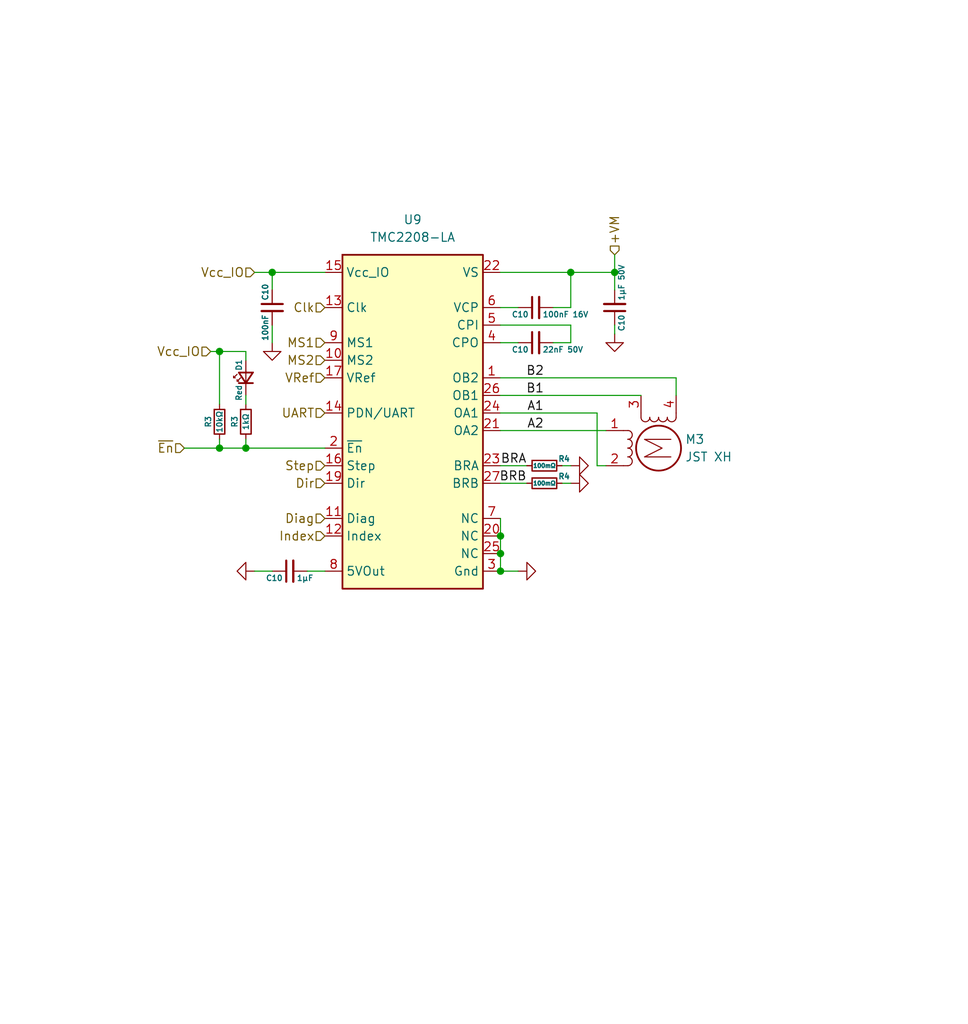
<source format=kicad_sch>
(kicad_sch (version 20230121) (generator eeschema)
  (paper "User" 140.005 148.006)
  (title_block (title "Integrated TMC2208 Driver Block") (company "Meridi Engineering"))
  (lib_symbols
    (symbol "Device:C_Small" (pin_numbers hide) (pin_names (offset 0.254) hide)
      (property "Reference" "C" (at 0.254 1.778 0))
      (property "Value" "C_Small" (at 0.254 -2.032 0))
      (symbol "C_Small_0_1"
        (polyline (pts (xy -1.524 -0.508) (xy 1.524 -0.508)) (stroke (width 0.3302)))
        (polyline (pts (xy -1.524 0.508) (xy 1.524 0.508)) (stroke (width 0.3048)))
      )
      (symbol "C_Small_1_1"
        (pin passive line (at 0 2.54 270) (length 2.032) (name "~") (number "1"))
        (pin passive line (at 0 -2.54 90) (length 2.032) (name "~") (number "2"))
      )
    )
    (symbol "Device:LED_Small" (pin_numbers hide) (pin_names (offset 0.254) hide)
      (property "Reference" "D" (at -1.27 3.175 0))
      (property "Value" "LED_Small" (at -4.445 -2.54 0))
      (symbol "LED_Small_0_1"
        (polyline (pts (xy -0.762 -1.016) (xy -0.762 1.016)) (stroke (width 0.254)))
        (polyline (pts (xy 1.016 0) (xy -0.762 0)))
        (polyline (pts (xy 0.762 -1.016) (xy -0.762 0) (xy 0.762 1.016) (xy 0.762 -1.016)) (stroke (width 0.254)))
        (polyline (pts (xy 0 0.762) (xy -0.508 1.27) (xy -0.254 1.27) (xy -0.508 1.27) (xy -0.508 1.016)))
        (polyline (pts (xy 0.508 1.27) (xy 0 1.778) (xy 0.254 1.778) (xy 0 1.778) (xy 0 1.524)))
      )
      (symbol "LED_Small_1_1"
        (pin passive line (at -2.54 0 0) (length 1.778) (name "K") (number "1"))
        (pin passive line (at 2.54 0 180) (length 1.778) (name "A") (number "2"))
      )
    )
    (symbol "Device:R_Small" (pin_numbers hide) (pin_names (offset 0.254) hide)
      (property "Reference" "R" (at 0.762 0.508 0))
      (property "Value" "R_Small" (at 0.762 -1.016 0))
      (symbol "R_Small_0_1"
        (rectangle (start -0.762 1.778) (end 0.762 -1.778) (stroke (width 0.2032)))
      )
      (symbol "R_Small_1_1"
        (pin passive line (at 0 2.54 270) (length 0.762) (name "~") (number "1"))
        (pin passive line (at 0 -2.54 90) (length 0.762) (name "~") (number "2"))
      )
    )
    (symbol "Motor:Stepper_Motor_bipolar" (pin_names (offset 0) hide)
      (property "Reference" "M" (at 3.81 2.54 0))
      (property "Value" "Stepper_Motor_bipolar" (at 3.81 1.27 0))
      (symbol "Stepper_Motor_bipolar_0_0"
        (polyline (pts (xy -1.27 -1.778) (xy -1.27 2.032) (xy 0 -0.508) (xy 1.27 2.032) (xy 1.27 -1.778)))
      )
      (symbol "Stepper_Motor_bipolar_0_1"
        (arc (start -4.445 -2.54) (mid -3.8127 -1.905) (end -4.445 -1.27))
        (arc (start -4.445 -1.27) (mid -3.8127 -0.635) (end -4.445 0))
        (arc (start -4.445 0) (mid -3.8127 0.635) (end -4.445 1.27))
        (arc (start -4.445 1.27) (mid -3.8127 1.905) (end -4.445 2.54))
        (arc (start -2.54 4.445) (mid -1.905 3.8127) (end -1.27 4.445))
        (arc (start -1.27 4.445) (mid -0.635 3.8127) (end 0 4.445))
        (polyline (pts (xy -5.08 -2.54) (xy -4.445 -2.54)))
        (polyline (pts (xy -5.08 2.54) (xy -4.445 2.54)))
        (polyline (pts (xy -2.54 5.08) (xy -2.54 4.445)))
        (polyline (pts (xy 2.54 5.08) (xy 2.54 4.445)))
        (circle (center 0 0) (radius 3.2512) (stroke (width 0.254)))
        (arc (start 0 4.445) (mid 0.635 3.8127) (end 1.27 4.445))
        (arc (start 1.27 4.445) (mid 1.905 3.8127) (end 2.54 4.445))
      )
      (symbol "Stepper_Motor_bipolar_1_1"
        (pin passive line (at -2.54 7.62 270) (length 2.54) (name "~") (number "1"))
        (pin passive line (at 2.54 7.62 270) (length 2.54) (name "-") (number "2"))
        (pin passive line (at -7.62 2.54 0) (length 2.54) (name "~") (number "3"))
        (pin passive line (at -7.62 -2.54 0) (length 2.54) (name "~") (number "4"))
      )
    )
    (symbol "corevus:TMC2208-LA"
      (property "Reference" "U" (at -10.16 25.4 0))
      (property "Value" "TMC2208-LA" (at 10.16 25.4 0))
      (symbol "TMC2208-LA_0_0"
        (pin power_out line (at 12.7 6.35 180) (length 2.54) (name "OB2") (number "1"))
        (pin input line (at -12.7 8.89 0) (length 2.54) (name "MS2") (number "10"))
        (pin output line (at -12.7 -13.97 0) (length 2.54) (name "Diag") (number "11"))
        (pin output line (at -12.7 -16.51 0) (length 2.54) (name "Index") (number "12"))
        (pin input line (at -12.7 16.51 0) (length 2.54) (name "Clk") (number "13"))
        (pin input line (at -12.7 21.59 0) (length 2.54) (name "Vcc_IO") (number "15"))
        (pin input line (at -12.7 -6.35 0) (length 2.54) (name "Step") (number "16"))
        (pin input line (at -12.7 6.35 0) (length 2.54) (name "VRef") (number "17"))
        (pin input line (at -12.7 -8.89 0) (length 2.54) (name "Dir") (number "19"))
        (pin passive line (at 12.7 -16.51 180) (length 2.54) (name "NC") (number "20"))
        (pin power_in line (at 12.7 -1.27 180) (length 2.54) (name "OA2") (number "21"))
        (pin power_in line (at 12.7 21.59 180) (length 2.54) (name "VS") (number "22"))
        (pin power_in line (at 12.7 -6.35 180) (length 2.54) (name "BRA") (number "23"))
        (pin power_in line (at 12.7 1.27 180) (length 2.54) (name "OA1") (number "24"))
        (pin power_in line (at 12.7 3.81 180) (length 2.54) (name "OB1") (number "26"))
        (pin power_in line (at 12.7 -8.89 180) (length 2.54) (name "BRB") (number "27"))
        (pin power_in line (at 12.7 -21.59 180) (length 2.54) (name "Gnd") (number "3"))
        (pin power_out line (at 12.7 11.43 180) (length 2.54) (name "CPO") (number "4"))
        (pin power_in line (at 12.7 13.97 180) (length 2.54) (name "CPI") (number "5"))
        (pin power_in line (at 12.7 16.51 180) (length 2.54) (name "VCP") (number "6"))
        (pin passive line (at 12.7 -13.97 180) (length 2.54) (name "NC") (number "7"))
        (pin power_out line (at -12.7 -21.59 0) (length 2.54) (name "5VOut") (number "8"))
        (pin input line (at -12.7 11.43 0) (length 2.54) (name "MS1") (number "9"))
      )
      (symbol "TMC2208-LA_0_1"
        (rectangle (start -10.16 24.13) (end 10.16 -24.13) (stroke (width 0.254)) (fill (type background)))
      )
      (symbol "TMC2208-LA_1_0"
        (pin bidirectional line (at -12.7 1.27 0) (length 2.54) (name "PDN/UART") (number "14"))
        (pin power_in line (at 12.7 -21.59 180) (length 2.54) hide (name "Gnd") (number "18"))
        (pin input line (at -12.7 -3.81 0) (length 2.54) (name "~{En}") (number "2"))
        (pin passive line (at 12.7 -19.05 180) (length 2.54) (name "NC") (number "25"))
        (pin unspecified line (at 12.7 21.59 180) (length 2.54) hide (name "VS") (number "28"))
        (pin unspecified line (at 12.7 -21.59 180) (length 2.54) hide (name "Pad") (number "29"))
      )
    )
    (symbol "power:GND" (power) (pin_names (offset 0))
      (property "Value" "GND" (at 0 -3.81 0))
      (symbol "GND_0_1"
        (polyline (pts (xy 0 0) (xy 0 -1.27) (xy 1.27 -1.27) (xy 0 -2.54) (xy -1.27 -1.27) (xy 0 -1.27)))
      )
      (symbol "GND_1_1"
        (pin power_in line (at 0 0 270) (length 0) hide (name "GND") (number "1"))
      )
    )
  )
  (junction (at 72.39 77.47))
  (junction (at 35.56 64.77))
  (junction (at 72.39 80.01))
  (junction (at 88.9 39.37))
  (junction (at 31.75 64.77))
  (junction (at 82.55 39.37))
  (junction (at 39.37 39.37))
  (junction (at 72.39 82.55))
  (junction (at 31.75 50.8))
  (wire (pts (xy 72.39 49.53) (xy 74.93 49.53)))
  (wire (pts (xy 88.9 39.37) (xy 88.9 41.91)))
  (wire (pts (xy 31.75 50.8) (xy 31.75 58.42)))
  (wire (pts (xy 97.79 54.61) (xy 97.79 57.15)))
  (wire (pts (xy 36.83 82.55) (xy 39.37 82.55)))
  (wire (pts (xy 72.39 74.93) (xy 72.39 77.47)))
  (wire (pts (xy 35.56 50.8) (xy 35.56 52.07)))
  (wire (pts (xy 82.55 39.37) (xy 88.9 39.37)))
  (wire (pts (xy 86.36 67.31) (xy 87.63 67.31)))
  (wire (pts (xy 31.75 64.77) (xy 35.56 64.77)))
  (wire (pts (xy 39.37 39.37) (xy 46.99 39.37)))
  (wire (pts (xy 31.75 50.8) (xy 35.56 50.8)))
  (wire (pts (xy 72.39 39.37) (xy 82.55 39.37)))
  (wire (pts (xy 72.39 46.99) (xy 82.55 46.99)))
  (wire (pts (xy 72.39 57.15) (xy 92.71 57.15)))
  (wire (pts (xy 31.75 63.5) (xy 31.75 64.77)))
  (wire (pts (xy 72.39 77.47) (xy 72.39 80.01)))
  (wire (pts (xy 86.36 59.69) (xy 86.36 67.31)))
  (wire (pts (xy 26.67 64.77) (xy 31.75 64.77)))
  (wire (pts (xy 82.55 46.99) (xy 82.55 49.53)))
  (wire (pts (xy 35.56 64.77) (xy 35.56 63.5)))
  (wire (pts (xy 72.39 62.23) (xy 87.63 62.23)))
  (wire (pts (xy 88.9 46.99) (xy 88.9 48.26)))
  (wire (pts (xy 80.01 44.45) (xy 82.55 44.45)))
  (wire (pts (xy 72.39 54.61) (xy 97.79 54.61)))
  (wire (pts (xy 30.48 50.8) (xy 31.75 50.8)))
  (wire (pts (xy 72.39 69.85) (xy 76.2 69.85)))
  (wire (pts (xy 80.01 49.53) (xy 82.55 49.53)))
  (wire (pts (xy 81.28 69.85) (xy 82.55 69.85)))
  (wire (pts (xy 72.39 67.31) (xy 76.2 67.31)))
  (wire (pts (xy 39.37 39.37) (xy 39.37 41.91)))
  (wire (pts (xy 39.37 46.99) (xy 39.37 49.53)))
  (wire (pts (xy 72.39 44.45) (xy 74.93 44.45)))
  (wire (pts (xy 72.39 80.01) (xy 72.39 82.55)))
  (wire (pts (xy 72.39 59.69) (xy 86.36 59.69)))
  (wire (pts (xy 88.9 36.83) (xy 88.9 39.37)))
  (wire (pts (xy 36.83 39.37) (xy 39.37 39.37)))
  (wire (pts (xy 82.55 44.45) (xy 82.55 39.37)))
  (wire (pts (xy 44.45 82.55) (xy 46.99 82.55)))
  (wire (pts (xy 81.28 67.31) (xy 82.55 67.31)))
  (wire (pts (xy 74.93 82.55) (xy 72.39 82.55)))
  (wire (pts (xy 35.56 64.77) (xy 46.99 64.77)))
  (wire (pts (xy 35.56 57.15) (xy 35.56 58.42)))
  (label "A2" (at 76.2 62.23 0))
  (label "BRA" (at 76.2 67.31 180))
  (label "B2" (at 78.74 54.61 180))
  (label "BRB" (at 76.2 69.85 180))
  (label "B1" (at 78.74 57.15 180))
  (label "A1" (at 76.2 59.69 0))
  (hierarchical_label "Vcc_IO" (shape input) (at 30.48 50.8 180))
  (hierarchical_label "Index" (shape input) (at 46.99 77.47 180))
  (hierarchical_label "Diag" (shape input) (at 46.99 74.93 180))
  (hierarchical_label "Vcc_IO" (shape input) (at 36.83 39.37 180))
  (hierarchical_label "Step" (shape input) (at 46.99 67.31 180))
  (hierarchical_label "VRef" (shape input) (at 46.99 54.61 180))
  (hierarchical_label "Clk" (shape input) (at 46.99 44.45 180))
  (hierarchical_label "Dir" (shape input) (at 46.99 69.85 180))
  (hierarchical_label "MS2" (shape input) (at 46.99 52.07 180))
  (hierarchical_label "UART" (shape input) (at 46.99 59.69 180))
  (hierarchical_label "~{En}" (shape input) (at 26.67 64.77 180))
  (hierarchical_label "+VM" (shape input) (at 88.9 36.83 90))
  (hierarchical_label "MS1" (shape input) (at 46.99 49.53 180))
  (symbol (lib_id "power:GND") (at 82.55 69.85 90) (unit 1)
    (property "Reference" "#PWR013" (effects hide))
    (property "Value" "GND" (effects hide))
    (instances (project "driver-tmc5160" (path "" (reference "#PWR013") (unit 1))) (project "corevus-k" (path "" (reference "#PWR0122") (unit 1)) (path "" (reference "#PWR0129") (unit 1))))
  )
  (symbol (lib_id "Device:R_Small") (at 78.74 67.31 90) (unit 1)
    (property "Reference" "R4" (at 80.74 66.31 90) (effects (font (size 0.8 0.8)) (justify right)))
    (property "Value" "100mΩ" (at 78.74 67.31 90) (effects (font (size 0.6 0.6))))
    (property "Footprint" "Resistor_SMD:R_0805_2012Metric" (effects hide))
    (property "LCSC" "C382279" (effects hide))
    (instances (project "driver-tmc5160" (path "" (reference "R4") (unit 1))) (project "corevus-k" (path "" (reference "R26") (unit 1)) (path "" (reference "R29") (unit 1))))
  )
  (symbol (lib_id "corevus:TMC2208-LA") (at 59.69 60.96 0) (unit 1)
    (property "Reference" "U7" (at 59.69 31.75 0))
    (property "Value" "TMC2208-LA" (at 59.69 34.29 0))
    (property "Footprint" "corevus:TMC220x" (effects hide))
    (property "Datasheet" "https://trinamic.com/fileadmin/assets/Products/ICs_Documents/TMC220x_TMC2224_datasheet_Rev1.09.pdf" (effects hide))
    (property "LCSC" "C115944" (effects hide))
    (instances (project "corevus-k" (path "" (reference "U9") (unit 1)) (path "" (reference "U10") (unit 1))))
  )
  (symbol (lib_id "Device:R_Small") (at 35.56 60.96 0) (unit 1)
    (property "Reference" "R3" (at 33.93 60.96 90) (effects (font (size 0.8 0.8))))
    (property "Value" "1kΩ" (at 35.56 60.96 90) (effects (font (size 0.8 0.8))))
    (property "Footprint" "AlphaLib:0402R" (effects hide))
    (instances (project "driver-tmc5160" (path "" (reference "R3") (unit 1))) (project "corevus-k" (path "" (reference "R96") (unit 1)) (path "" (reference "R98") (unit 1)) (path "" (reference "R99") (unit 1)) (path "" (reference "R101") (unit 1)) (path "" (reference "R103") (unit 1))))
  )
  (symbol (lib_id "Device:C_Small") (at 41.91 82.55 90) (unit 1)
    (property "Reference" "C10" (at 40.91 83.55 90) (effects (font (size 0.8 0.8)) (justify left)))
    (property "Value" "1μF" (at 42.91 83.55 90) (effects (font (size 0.8 0.8)) (justify right)))
    (property "Footprint" "AlphaLib:0402C" (effects hide))
    (property "LCSC" "C19666" (effects hide))
    (instances (project "driver-tmc5160" (path "" (reference "C10") (unit 1))) (project "corevus-k" (path "" (reference "C29") (unit 1)) (path "" (reference "C34") (unit 1))))
  )
  (symbol (lib_id "power:GND") (at 36.83 82.55 270) (unit 1)
    (property "Reference" "#PWR013" (effects hide))
    (property "Value" "GND" (effects hide))
    (instances (project "driver-tmc5160" (path "" (reference "#PWR013") (unit 1))) (project "corevus-k" (path "" (reference "#PWR0117") (unit 1)) (path "" (reference "#PWR0124") (unit 1))))
  )
  (symbol (lib_id "power:GND") (at 88.9 48.26 0) (unit 1)
    (property "Reference" "#PWR013" (effects hide))
    (property "Value" "GND" (effects hide))
    (instances (project "driver-tmc5160" (path "" (reference "#PWR013") (unit 1))) (project "corevus-k" (path "" (reference "#PWR0123") (unit 1)) (path "" (reference "#PWR0130") (unit 1))))
  )
  (symbol (lib_id "Device:C_Small") (at 77.47 44.45 90) (unit 1)
    (property "Reference" "C10" (at 76.47 45.45 90) (effects (font (size 0.8 0.8)) (justify left)))
    (property "Value" "100nF 16V" (at 78.47 45.45 90) (effects (font (size 0.8 0.8)) (justify right)))
    (property "Footprint" "AlphaLib:0402C" (effects hide))
    (property "LCSC" "C1525" (effects hide))
    (instances (project "driver-tmc5160" (path "" (reference "C10") (unit 1))) (project "corevus-k" (path "" (reference "C30") (unit 1)) (path "" (reference "C35") (unit 1))))
  )
  (symbol (lib_id "power:GND") (at 82.55 67.31 90) (unit 1)
    (property "Reference" "#PWR013" (effects hide))
    (property "Value" "GND" (effects hide))
    (instances (project "driver-tmc5160" (path "" (reference "#PWR013") (unit 1))) (project "corevus-k" (path "" (reference "#PWR0121") (unit 1)) (path "" (reference "#PWR0128") (unit 1))))
  )
  (symbol (lib_id "Motor:Stepper_Motor_bipolar") (at 95.25 64.77 90) (mirror x) (unit 1)
    (property "Reference" "M1" (at 99.06 63.5 90) (effects (justify right)))
    (property "Value" "JST XH" (at 99.06 66.04 90) (effects (justify right)))
    (property "Footprint" "corevus:JST_XH_1x04-Side" (effects hide))
    (property "Datasheet" "http://www.infineon.com/dgdl/Application-Note-TLE8110EE_driving_UniPolarStepperMotor_V1.1.pdf?fileId=db3a30431be39b97011be5d0aa0a00b0" (effects hide))
    (instances (project "corevus-k" (path "" (reference "M3") (unit 1)) (path "" (reference "M4") (unit 1))))
  )
  (symbol (lib_id "power:GND") (at 39.37 49.53 0) (unit 1)
    (property "Reference" "#PWR013" (effects hide))
    (property "Value" "GND" (effects hide))
    (instances (project "driver-tmc5160" (path "" (reference "#PWR013") (unit 1))) (project "corevus-k" (path "" (reference "#PWR0118") (unit 1)) (path "" (reference "#PWR0125") (unit 1))))
  )
  (symbol (lib_id "Device:R_Small") (at 31.75 60.96 0) (unit 1)
    (property "Reference" "R3" (at 30.12 60.96 90) (effects (font (size 0.8 0.8))))
    (property "Value" "10kΩ" (at 31.75 60.96 90) (effects (font (size 0.8 0.8))))
    (property "Footprint" "AlphaLib:0402R" (effects hide))
    (instances (project "driver-tmc5160" (path "" (reference "R3") (unit 1))) (project "corevus-k" (path "" (reference "R96") (unit 1)) (path "" (reference "R98") (unit 1)) (path "" (reference "R99") (unit 1)) (path "" (reference "R102") (unit 1)) (path "" (reference "R105") (unit 1))))
  )
  (symbol (lib_id "Device:R_Small") (at 78.74 69.85 90) (unit 1)
    (property "Reference" "R4" (at 80.74 68.85 90) (effects (font (size 0.8 0.8)) (justify right)))
    (property "Value" "100mΩ" (at 78.74 69.85 90) (effects (font (size 0.6 0.6))))
    (property "Footprint" "Resistor_SMD:R_0805_2012Metric" (effects hide))
    (property "LCSC" "C382279" (effects hide))
    (instances (project "driver-tmc5160" (path "" (reference "R4") (unit 1))) (project "corevus-k" (path "" (reference "R27") (unit 1)) (path "" (reference "R30") (unit 1))))
  )
  (symbol (lib_id "power:GND") (at 74.93 82.55 90) (unit 1)
    (property "Reference" "#PWR013" (effects hide))
    (property "Value" "GND" (effects hide))
    (instances (project "driver-tmc5160" (path "" (reference "#PWR013") (unit 1))) (project "corevus-k" (path "" (reference "#PWR0120") (unit 1)) (path "" (reference "#PWR0127") (unit 1))))
  )
  (symbol (lib_id "Device:C_Small") (at 77.47 49.53 90) (unit 1)
    (property "Reference" "C10" (at 76.47 50.53 90) (effects (font (size 0.8 0.8)) (justify left)))
    (property "Value" "22nF 50V" (at 78.47 50.53 90) (effects (font (size 0.8 0.8)) (justify right)))
    (property "Footprint" "AlphaLib:0402C" (effects hide))
    (property "LCSC" "C1532" (effects hide))
    (instances (project "driver-tmc5160" (path "" (reference "C10") (unit 1))) (project "corevus-k" (path "" (reference "C31") (unit 1)) (path "" (reference "C36") (unit 1))))
  )
  (symbol (lib_id "Device:C_Small") (at 39.37 44.45 0) (unit 1)
    (property "Reference" "C10" (at 38.37 43.45 90) (effects (font (size 0.8 0.8)) (justify left)))
    (property "Value" "100nF" (at 38.37 45.45 90) (effects (font (size 0.8 0.8)) (justify right)))
    (property "Footprint" "AlphaLib:0402C" (effects hide))
    (property "LCSC" "C1525" (effects hide))
    (instances (project "driver-tmc5160" (path "" (reference "C10") (unit 1))) (project "corevus-k" (path "" (reference "C28") (unit 1)) (path "" (reference "C33") (unit 1))))
  )
  (symbol (lib_id "Device:C_Small") (at 88.9 44.45 180) (unit 1)
    (property "Reference" "C10" (at 89.9 45.45 90) (effects (font (size 0.8 0.8)) (justify left)))
    (property "Value" "1μF 50V" (at 89.9 43.45 90) (effects (font (size 0.8 0.8)) (justify right)))
    (property "Footprint" "AlphaLib:0603C" (effects hide))
    (property "LCSC" "C15849" (effects hide))
    (instances (project "driver-tmc5160" (path "" (reference "C10") (unit 1))) (project "corevus-k" (path "" (reference "C32") (unit 1)) (path "" (reference "C37") (unit 1))))
  )
  (symbol (lib_id "Device:LED_Small") (at 35.56 54.61 90) (unit 1)
    (property "Reference" "D1" (at 34.56 53.61 0) (effects (font (size 0.8 0.8)) (justify left)))
    (property "Value" "Red" (at 34.56 55.61 0) (effects (font (size 0.8 0.8)) (justify right)))
    (property "Footprint" "AlphaLib:0402LED" (effects hide))
    (instances (project "driver-tmc5160" (path "" (reference "D1") (unit 1))) (project "corevus-k" (path "" (reference "D18") (unit 1)) (path "" (reference "D19") (unit 1)) (path "" (reference "D20") (unit 1)) (path "" (reference "D23") (unit 1)) (path "" (reference "D24") (unit 1))))
  )
)
</source>
